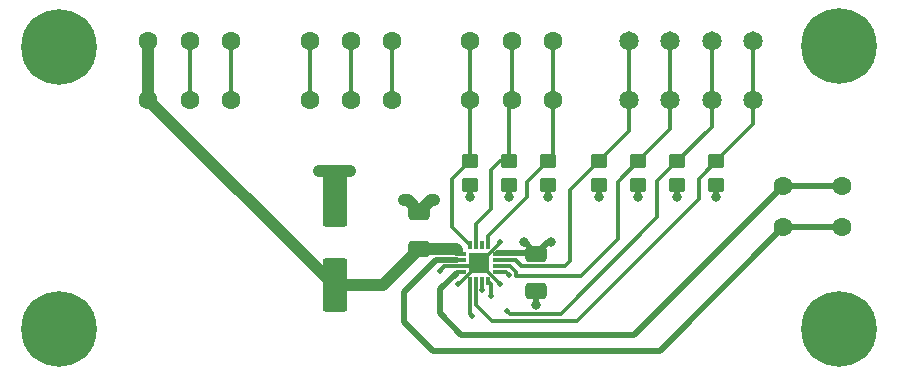
<source format=gbr>
%TF.GenerationSoftware,KiCad,Pcbnew,7.0.9*%
%TF.CreationDate,2024-01-20T18:52:18+00:00*%
%TF.ProjectId,DRV8234 DC Motor Driver Expander,44525638-3233-4342-9044-43204d6f746f,rev?*%
%TF.SameCoordinates,Original*%
%TF.FileFunction,Copper,L1,Top*%
%TF.FilePolarity,Positive*%
%FSLAX46Y46*%
G04 Gerber Fmt 4.6, Leading zero omitted, Abs format (unit mm)*
G04 Created by KiCad (PCBNEW 7.0.9) date 2024-01-20 18:52:18*
%MOMM*%
%LPD*%
G01*
G04 APERTURE LIST*
G04 Aperture macros list*
%AMRoundRect*
0 Rectangle with rounded corners*
0 $1 Rounding radius*
0 $2 $3 $4 $5 $6 $7 $8 $9 X,Y pos of 4 corners*
0 Add a 4 corners polygon primitive as box body*
4,1,4,$2,$3,$4,$5,$6,$7,$8,$9,$2,$3,0*
0 Add four circle primitives for the rounded corners*
1,1,$1+$1,$2,$3*
1,1,$1+$1,$4,$5*
1,1,$1+$1,$6,$7*
1,1,$1+$1,$8,$9*
0 Add four rect primitives between the rounded corners*
20,1,$1+$1,$2,$3,$4,$5,0*
20,1,$1+$1,$4,$5,$6,$7,0*
20,1,$1+$1,$6,$7,$8,$9,0*
20,1,$1+$1,$8,$9,$2,$3,0*%
G04 Aperture macros list end*
%TA.AperFunction,SMDPad,CuDef*%
%ADD10RoundRect,0.250000X-0.450000X0.350000X-0.450000X-0.350000X0.450000X-0.350000X0.450000X0.350000X0*%
%TD*%
%TA.AperFunction,ComponentPad*%
%ADD11C,1.600200*%
%TD*%
%TA.AperFunction,SMDPad,CuDef*%
%ADD12RoundRect,0.250001X0.799999X-1.999999X0.799999X1.999999X-0.799999X1.999999X-0.799999X-1.999999X0*%
%TD*%
%TA.AperFunction,ComponentPad*%
%ADD13C,0.800000*%
%TD*%
%TA.AperFunction,ComponentPad*%
%ADD14C,6.400000*%
%TD*%
%TA.AperFunction,SMDPad,CuDef*%
%ADD15R,0.300000X0.800000*%
%TD*%
%TA.AperFunction,SMDPad,CuDef*%
%ADD16R,0.800000X0.300000*%
%TD*%
%TA.AperFunction,SMDPad,CuDef*%
%ADD17R,1.750000X1.750000*%
%TD*%
%TA.AperFunction,SMDPad,CuDef*%
%ADD18RoundRect,0.250000X-0.650000X0.412500X-0.650000X-0.412500X0.650000X-0.412500X0.650000X0.412500X0*%
%TD*%
%TA.AperFunction,SMDPad,CuDef*%
%ADD19RoundRect,0.250000X0.650000X-0.412500X0.650000X0.412500X-0.650000X0.412500X-0.650000X-0.412500X0*%
%TD*%
%TA.AperFunction,ComponentPad*%
%ADD20C,1.650000*%
%TD*%
%TA.AperFunction,ViaPad*%
%ADD21C,0.500000*%
%TD*%
%TA.AperFunction,ViaPad*%
%ADD22C,0.800000*%
%TD*%
%TA.AperFunction,Conductor*%
%ADD23C,0.320000*%
%TD*%
%TA.AperFunction,Conductor*%
%ADD24C,1.000000*%
%TD*%
%TA.AperFunction,Conductor*%
%ADD25C,0.500000*%
%TD*%
G04 APERTURE END LIST*
D10*
%TO.P,R1,1*%
%TO.N,NFAULT*%
X129286000Y-89932000D03*
%TO.P,R1,2*%
%TO.N,+5V*%
X129286000Y-91932000D03*
%TD*%
D11*
%TO.P,J3,1,1*%
%TO.N,IPROPI*%
X136286001Y-84709000D03*
%TO.P,J3,2,2*%
X136286001Y-79709000D03*
%TO.P,J3,3,3*%
%TO.N,RC_OUT*%
X132786001Y-84709000D03*
%TO.P,J3,4,4*%
X132786001Y-79709000D03*
%TO.P,J3,5,5*%
%TO.N,NFAULT*%
X129286000Y-84709000D03*
%TO.P,J3,6,6*%
X129286000Y-79709000D03*
%TD*%
%TO.P,J5,1,1*%
%TO.N,OUT1*%
X155782000Y-95504000D03*
%TO.P,J5,2,2*%
X160782000Y-95504000D03*
%TO.P,J5,3,3*%
%TO.N,OUT2*%
X155782000Y-92003997D03*
%TO.P,J5,4,4*%
X160782000Y-92003997D03*
%TD*%
D10*
%TO.P,R6,1*%
%TO.N,A0*%
X150114000Y-89916000D03*
%TO.P,R6,2*%
%TO.N,+5V*%
X150114000Y-91916000D03*
%TD*%
D12*
%TO.P,C2,1*%
%TO.N,VCC*%
X117805200Y-100418000D03*
%TO.P,C2,2*%
%TO.N,GND*%
X117805200Y-93218000D03*
%TD*%
D10*
%TO.P,R2,1*%
%TO.N,IPROPI*%
X135890000Y-89932000D03*
%TO.P,R2,2*%
%TO.N,GND*%
X135890000Y-91932000D03*
%TD*%
D11*
%TO.P,J2,1,1*%
%TO.N,NSLEEP*%
X122697001Y-84709000D03*
%TO.P,J2,2,2*%
X122697001Y-79709000D03*
%TO.P,J2,3,3*%
%TO.N,IN1*%
X119197001Y-84709000D03*
%TO.P,J2,4,4*%
X119197001Y-79709000D03*
%TO.P,J2,5,5*%
%TO.N,IN2*%
X115697000Y-84709000D03*
%TO.P,J2,6,6*%
X115697000Y-79709000D03*
%TD*%
%TO.P,J1,1,1*%
%TO.N,+5V*%
X109037000Y-84709000D03*
%TO.P,J1,2,2*%
X109037000Y-79709000D03*
%TO.P,J1,3,3*%
%TO.N,GND*%
X105537000Y-84709000D03*
%TO.P,J1,4,4*%
X105537000Y-79709000D03*
%TO.P,J1,5,5*%
%TO.N,VCC*%
X102036999Y-84709000D03*
%TO.P,J1,6,6*%
X102036999Y-79709000D03*
%TD*%
D13*
%TO.P,H2,1*%
%TO.N,N/C*%
X158128000Y-80183056D03*
X158830944Y-78486000D03*
X158830944Y-81880112D03*
X160528000Y-77783056D03*
D14*
X160528000Y-80183056D03*
D13*
X160528000Y-82583056D03*
X162225056Y-78486000D03*
X162225056Y-81880112D03*
X162928000Y-80183056D03*
%TD*%
D15*
%TO.P,IC1,1,IPROPI*%
%TO.N,IPROPI*%
X130802000Y-97028000D03*
%TO.P,IC1,2,RSVD*%
%TO.N,unconnected-(IC1-RSVD-Pad2)*%
X130302000Y-97028000D03*
%TO.P,IC1,3,RC_OUT*%
%TO.N,RC_OUT*%
X129802000Y-97028000D03*
%TO.P,IC1,4,NFAULT*%
%TO.N,NFAULT*%
X129302000Y-97028000D03*
D16*
%TO.P,IC1,5,VM*%
%TO.N,VCC*%
X128552000Y-97778000D03*
%TO.P,IC1,6,OUT1*%
%TO.N,OUT1*%
X128552000Y-98278000D03*
%TO.P,IC1,7,GND*%
%TO.N,GND*%
X128552000Y-98778000D03*
%TO.P,IC1,8,OUT2*%
%TO.N,OUT2*%
X128552000Y-99278000D03*
D15*
%TO.P,IC1,9,A1*%
%TO.N,A1*%
X129302000Y-100028000D03*
%TO.P,IC1,10,A0*%
%TO.N,A0*%
X129802000Y-100028000D03*
%TO.P,IC1,11,NSLEEP*%
%TO.N,NSLEEP*%
X130302000Y-100028000D03*
%TO.P,IC1,12,PH/IN2*%
%TO.N,IN2*%
X130802000Y-100028000D03*
D16*
%TO.P,IC1,13,EN/IN1*%
%TO.N,IN1*%
X131552000Y-99278000D03*
%TO.P,IC1,14,SDA*%
%TO.N,SDA*%
X131552000Y-98778000D03*
%TO.P,IC1,15,SCL*%
%TO.N,SCL*%
X131552000Y-98278000D03*
%TO.P,IC1,16,VREF*%
%TO.N,+5V*%
X131552000Y-97778000D03*
D17*
%TO.P,IC1,17,EP*%
%TO.N,GND*%
X130052000Y-98528000D03*
%TD*%
D13*
%TO.P,H3,1*%
%TO.N,N/C*%
X92088000Y-104140000D03*
X92790944Y-102442944D03*
X92790944Y-105837056D03*
X94488000Y-101740000D03*
D14*
X94488000Y-104140000D03*
D13*
X94488000Y-106540000D03*
X96185056Y-102442944D03*
X96185056Y-105837056D03*
X96888000Y-104140000D03*
%TD*%
D10*
%TO.P,R4,1*%
%TO.N,SCL*%
X140208000Y-89916000D03*
%TO.P,R4,2*%
%TO.N,+5V*%
X140208000Y-91916000D03*
%TD*%
%TO.P,R5,1*%
%TO.N,SDA*%
X143510000Y-89916000D03*
%TO.P,R5,2*%
%TO.N,+5V*%
X143510000Y-91916000D03*
%TD*%
%TO.P,R7,1*%
%TO.N,A1*%
X146812000Y-89916000D03*
%TO.P,R7,2*%
%TO.N,+5V*%
X146812000Y-91916000D03*
%TD*%
%TO.P,R3,1*%
%TO.N,RC_OUT*%
X132588000Y-89932000D03*
%TO.P,R3,2*%
%TO.N,+5V*%
X132588000Y-91932000D03*
%TD*%
D18*
%TO.P,C3,1*%
%TO.N,+5V*%
X134890000Y-97751500D03*
%TO.P,C3,2*%
%TO.N,GND*%
X134890000Y-100876500D03*
%TD*%
D19*
%TO.P,C1,1*%
%TO.N,VCC*%
X124968000Y-97320500D03*
%TO.P,C1,2*%
%TO.N,GND*%
X124968000Y-94195500D03*
%TD*%
D20*
%TO.P,J4,1,1*%
%TO.N,A0*%
X153244000Y-84694400D03*
%TO.P,J4,2,2*%
X153244000Y-79694400D03*
%TO.P,J4,3,3*%
%TO.N,A1*%
X149744000Y-84694400D03*
%TO.P,J4,4,4*%
X149744000Y-79694400D03*
%TO.P,J4,5,5*%
%TO.N,SDA*%
X146244000Y-84694400D03*
%TO.P,J4,6,6*%
X146244000Y-79694400D03*
%TO.P,J4,7,7*%
%TO.N,SCL*%
X142744000Y-84694400D03*
%TO.P,J4,8,8*%
X142744000Y-79694400D03*
%TD*%
D13*
%TO.P,H1,1*%
%TO.N,N/C*%
X92088000Y-80264000D03*
X92790944Y-78566944D03*
X92790944Y-81961056D03*
X94488000Y-77864000D03*
D14*
X94488000Y-80264000D03*
D13*
X94488000Y-82664000D03*
X96185056Y-78566944D03*
X96185056Y-81961056D03*
X96888000Y-80264000D03*
%TD*%
%TO.P,H4,1*%
%TO.N,N/C*%
X158128000Y-104093944D03*
X158830944Y-102396888D03*
X158830944Y-105791000D03*
X160528000Y-101693944D03*
D14*
X160528000Y-104093944D03*
D13*
X160528000Y-106493944D03*
X162225056Y-102396888D03*
X162225056Y-105791000D03*
X162928000Y-104093944D03*
%TD*%
D21*
%TO.N,GND*%
X131826000Y-100330000D03*
D22*
X123698000Y-93218000D03*
X135890000Y-92964000D03*
D21*
X128270000Y-100330000D03*
D22*
X126238000Y-93218000D03*
X134874000Y-102108000D03*
X119075200Y-90728800D03*
D21*
X126695200Y-99186600D03*
D22*
X116456500Y-90728800D03*
D21*
X131826000Y-96774000D03*
D22*
%TO.N,+5V*%
X129286000Y-92964000D03*
X136144000Y-96774000D03*
X133858000Y-96774000D03*
X132588000Y-92964000D03*
X150114000Y-92964000D03*
X143510000Y-92964000D03*
X146812000Y-92964000D03*
X140208000Y-92964000D03*
D21*
%TO.N,A1*%
X129438400Y-103022400D03*
X132410200Y-102590600D03*
%TO.N,NSLEEP*%
X130302000Y-100838000D03*
%TO.N,IN2*%
X131064000Y-101346000D03*
%TO.N,IN1*%
X132588000Y-99568000D03*
%TD*%
D23*
%TO.N,*%
X131191000Y-97409000D02*
X130937000Y-97663000D01*
X131064000Y-100330000D02*
X130810000Y-100076000D01*
X131826000Y-100330000D02*
X131572000Y-100076000D01*
X128905000Y-99695000D02*
X128651000Y-99949000D01*
X131699000Y-96901000D02*
X131445000Y-97155000D01*
X128651000Y-99949000D02*
X128397000Y-100203000D01*
X131445000Y-97155000D02*
X131191000Y-97409000D01*
X131318000Y-99822000D02*
X131064000Y-99568000D01*
X131064000Y-99568000D02*
X130810000Y-99314000D01*
X130937000Y-97663000D02*
X130683000Y-97917000D01*
X131572000Y-100076000D02*
X131318000Y-99822000D01*
X129413000Y-99187000D02*
X129159000Y-99441000D01*
X129159000Y-99441000D02*
X128905000Y-99695000D01*
D24*
%TO.N,VCC*%
X124968000Y-97320500D02*
X128094500Y-97320500D01*
X121870500Y-100418000D02*
X124968000Y-97320500D01*
X128094500Y-97320500D02*
X128202000Y-97428000D01*
X102036999Y-79709000D02*
X102036999Y-84709000D01*
X117745999Y-100418000D02*
X121870500Y-100418000D01*
X102036999Y-84709000D02*
X117745999Y-100418000D01*
D25*
%TO.N,GND*%
X135890000Y-92964000D02*
X135890000Y-91932000D01*
X134874000Y-100892500D02*
X134890000Y-100876500D01*
D24*
X123990500Y-93218000D02*
X124968000Y-94195500D01*
X125945500Y-93218000D02*
X124968000Y-94195500D01*
D23*
X126695200Y-99186600D02*
X127101200Y-98780600D01*
D24*
X123698000Y-93218000D02*
X123990500Y-93218000D01*
D23*
X105537000Y-79709000D02*
X105537000Y-84709000D01*
X127228600Y-98780600D02*
X128244600Y-98780600D01*
X128651000Y-98780600D02*
X129413000Y-98780600D01*
X127101200Y-98780600D02*
X127228600Y-98780600D01*
D24*
X116456500Y-90728800D02*
X119075200Y-90728800D01*
X126238000Y-93218000D02*
X125945500Y-93218000D01*
D25*
X134874000Y-102108000D02*
X134874000Y-100892500D01*
%TO.N,+5V*%
X129286000Y-92964000D02*
X129286000Y-91932000D01*
X136144000Y-96774000D02*
X135867500Y-96774000D01*
X135867500Y-96774000D02*
X134890000Y-97751500D01*
X140208000Y-92964000D02*
X140208000Y-91916000D01*
X143510000Y-92964000D02*
X143510000Y-91916000D01*
X134816500Y-97678000D02*
X131552000Y-97678000D01*
X133858000Y-96774000D02*
X133912500Y-96774000D01*
D23*
X109037000Y-79709000D02*
X109037000Y-84709000D01*
D25*
X134890000Y-97751500D02*
X134816500Y-97678000D01*
X150114000Y-92964000D02*
X150114000Y-91916000D01*
X146812000Y-92964000D02*
X146812000Y-91916000D01*
X132588000Y-92964000D02*
X132588000Y-91932000D01*
X133912500Y-96774000D02*
X134890000Y-97751500D01*
D23*
%TO.N,IPROPI*%
X130812000Y-96264000D02*
X130812000Y-97028000D01*
X136286001Y-84709000D02*
X136286001Y-79709000D01*
X136286001Y-89535999D02*
X135890000Y-89932000D01*
X136286001Y-84709000D02*
X136286001Y-89535999D01*
X134112000Y-92964000D02*
X130812000Y-96264000D01*
X135890000Y-89932000D02*
X134112000Y-91710000D01*
X134112000Y-91710000D02*
X134112000Y-92964000D01*
%TO.N,RC_OUT*%
X132588000Y-89932000D02*
X132588000Y-84907001D01*
X129794000Y-95250000D02*
X131064000Y-93980000D01*
X131064000Y-90678000D02*
X131810000Y-89932000D01*
X131810000Y-89932000D02*
X132588000Y-89932000D01*
X129794000Y-97155000D02*
X129794000Y-95250000D01*
X131064000Y-93980000D02*
X131064000Y-90678000D01*
X132786001Y-84709000D02*
X132786001Y-79709000D01*
X132588000Y-84907001D02*
X132786001Y-84709000D01*
%TO.N,NFAULT*%
X127762000Y-91456000D02*
X127762000Y-95498000D01*
X129286000Y-89932000D02*
X127762000Y-91456000D01*
X129286000Y-89932000D02*
X129286000Y-79709000D01*
X127762000Y-95498000D02*
X129292000Y-97028000D01*
D25*
%TO.N,OUT1*%
X126390400Y-98298000D02*
X126538024Y-98298000D01*
X127381000Y-98298000D02*
X128143000Y-98298000D01*
X155782000Y-95504000D02*
X145317200Y-105968800D01*
X126136400Y-105968800D02*
X123723400Y-103555800D01*
X123723400Y-100965000D02*
X126390400Y-98298000D01*
X123723400Y-103555800D02*
X123723400Y-100965000D01*
X126593600Y-98298000D02*
X127355600Y-98298000D01*
X145317200Y-105968800D02*
X126136400Y-105968800D01*
X160782000Y-95504000D02*
X155782000Y-95504000D01*
%TO.N,OUT2*%
X155782000Y-92003997D02*
X160782000Y-92003997D01*
X128549400Y-104597200D02*
X143188797Y-104597200D01*
X126746000Y-102793800D02*
X128549400Y-104597200D01*
X143188797Y-104597200D02*
X155782000Y-92003997D01*
X128148300Y-99359500D02*
X126746000Y-100761800D01*
X126746000Y-100761800D02*
X126746000Y-102793800D01*
D23*
%TO.N,A1*%
X129274000Y-102858000D02*
X129274000Y-101892608D01*
X132687600Y-102868000D02*
X132461000Y-102641400D01*
X136933400Y-102868000D02*
X132687600Y-102868000D01*
X149733000Y-84535000D02*
X149733000Y-79535000D01*
X132410200Y-102590600D02*
X132461000Y-102641400D01*
X129438400Y-103022400D02*
X129274000Y-102858000D01*
X129286000Y-101815900D02*
X129286000Y-100012500D01*
X145135600Y-94665800D02*
X136933400Y-102868000D01*
X146812000Y-89916000D02*
X145135600Y-91592400D01*
X149733000Y-86995000D02*
X146812000Y-89916000D01*
X145135600Y-91592400D02*
X145135600Y-94665800D01*
X149733000Y-84535000D02*
X149733000Y-86995000D01*
%TO.N,A0*%
X150114000Y-89916000D02*
X149054000Y-90976000D01*
X149054000Y-90976000D02*
X149054000Y-91001400D01*
X131165600Y-103479600D02*
X129794000Y-102108000D01*
X149054000Y-91001400D02*
X148666200Y-91389200D01*
X153233000Y-84535000D02*
X153233000Y-86797000D01*
X129794000Y-101282500D02*
X129794000Y-100749100D01*
X129794000Y-102108000D02*
X129794000Y-101282500D01*
X153233000Y-86797000D02*
X150114000Y-89916000D01*
X153233000Y-84535000D02*
X153233000Y-79535000D01*
X129794000Y-100749100D02*
X129794000Y-100215700D01*
X148666200Y-91389200D02*
X148666200Y-93141800D01*
X148666200Y-93141800D02*
X138328400Y-103479600D01*
X138328400Y-103479600D02*
X131165600Y-103479600D01*
%TO.N,NSLEEP*%
X130302000Y-100330000D02*
X130302000Y-100838000D01*
X122697001Y-79709000D02*
X122697001Y-84709000D01*
%TO.N,IN2*%
X131064000Y-100838000D02*
X131064000Y-100330000D01*
X115697000Y-79709000D02*
X115697000Y-84709000D01*
X131064000Y-101346000D02*
X131064000Y-100838000D01*
%TO.N,IN1*%
X119197001Y-79709000D02*
X119197001Y-84709000D01*
X132308000Y-99288000D02*
X131552000Y-99288000D01*
X132588000Y-99568000D02*
X132308000Y-99288000D01*
%TO.N,SDA*%
X146233000Y-87193000D02*
X143510000Y-89916000D01*
X138658600Y-99618800D02*
X133198000Y-99618800D01*
X146233000Y-84535000D02*
X146233000Y-87193000D01*
X133198000Y-99618800D02*
X133198000Y-99315329D01*
X132295996Y-98780600D02*
X131508404Y-98780600D01*
X132650671Y-98768000D02*
X132092608Y-98768000D01*
X141782800Y-96494600D02*
X138658600Y-99618800D01*
X133198000Y-99315329D02*
X132650671Y-98768000D01*
X146233000Y-84535000D02*
X146233000Y-79535000D01*
X143510000Y-89916000D02*
X141782800Y-91643200D01*
X141782800Y-91643200D02*
X141782800Y-96494600D01*
%TO.N,SCL*%
X132397596Y-98298000D02*
X131610004Y-98298000D01*
X137769600Y-92354400D02*
X137769600Y-98348800D01*
X133622800Y-98774000D02*
X133146800Y-98298000D01*
X133159596Y-98298000D02*
X132372004Y-98298000D01*
X142733000Y-84535000D02*
X142733000Y-79535000D01*
X140208000Y-89916000D02*
X137769600Y-92354400D01*
X142733000Y-87391000D02*
X140208000Y-89916000D01*
X142733000Y-84535000D02*
X142733000Y-87391000D01*
X137769600Y-98348800D02*
X137344400Y-98774000D01*
X137344400Y-98774000D02*
X133622800Y-98774000D01*
%TD*%
M02*

</source>
